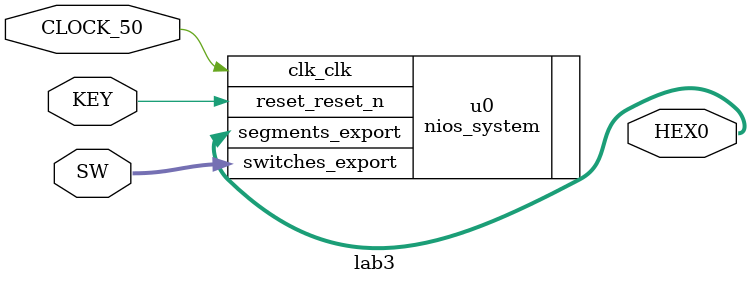
<source format=v>
module lab3 (CLOCK_50,SW,KEY,HEX0);

input CLOCK_50;
input [7:0] SW;
input [0:0] KEY;
output [6:0] HEX0;



    nios_system u0 (
        .clk_clk         (CLOCK_50),         //      clk.clk
        .reset_reset_n   (KEY),   //    reset.reset_n
        .switches_export (SW), // switches.export
        .segments_export (HEX0)  // segments.export
    );

   
	 
endmodule

</source>
